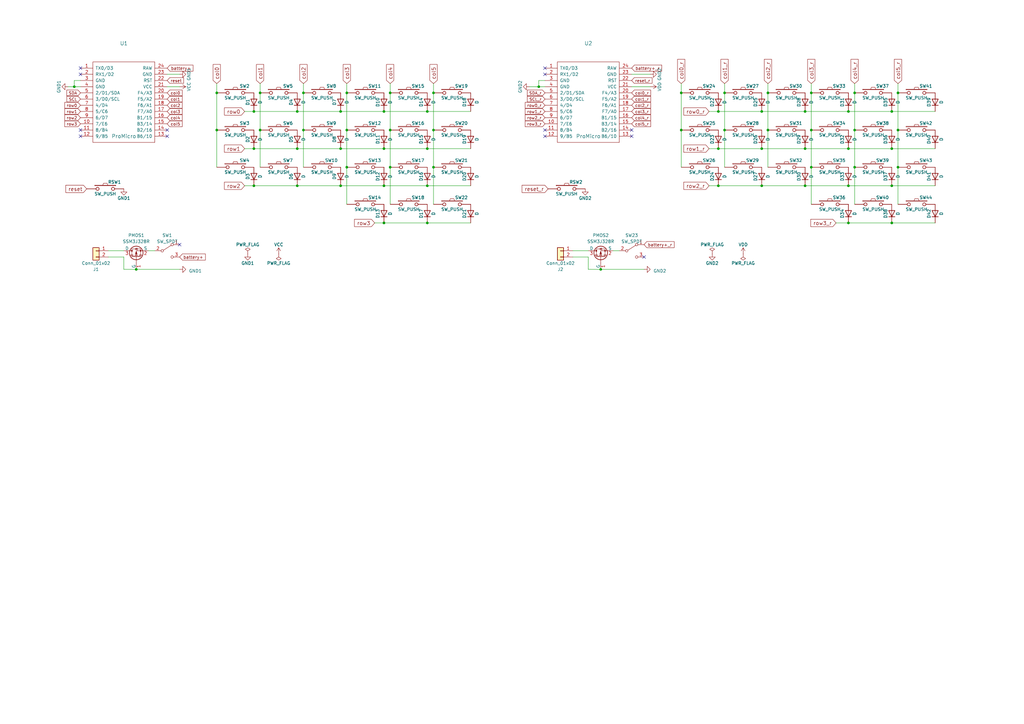
<source format=kicad_sch>
(kicad_sch (version 20230121) (generator eeschema)
  (paper "A3")
  (title_block (title "Corne Cherry") (date "2020-09-28") (rev "3.0.1") (company "foostan"))
  (lib_symbols
    (symbol "Connector_Generic:Conn_01x02" (pin_names (offset 1.016) hide)
      (property "Reference" "J" (at 0 2.54 0))
      (property "Value" "Conn_01x02" (at 0 -5.08 0))
      (symbol "Conn_01x02_1_1"
        (rectangle (start -1.27 -2.413) (end 0 -2.667) (stroke (width 0.1524)))
        (rectangle (start -1.27 0.127) (end 0 -0.127) (stroke (width 0.1524)))
        (rectangle (start -1.27 1.27) (end 1.27 -3.81) (stroke (width 0.254)) (fill (type background)))
        (pin passive line (at -5.08 0 0) (length 3.81) (name "Pin_1") (number "1"))
        (pin passive line (at -5.08 -2.54 0) (length 3.81) (name "Pin_2") (number "2"))
      )
    )
    (symbol "Device:D" (pin_numbers hide) (pin_names (offset 1.016) hide)
      (property "Reference" "D" (at 0 2.54 0))
      (property "Value" "D" (at 0 -2.54 0))
      (symbol "D_0_1"
        (polyline (pts (xy -1.27 1.27) (xy -1.27 -1.27)) (stroke (width 0.254)))
        (polyline (pts (xy 1.27 0) (xy -1.27 0)))
        (polyline (pts (xy 1.27 1.27) (xy 1.27 -1.27) (xy -1.27 0) (xy 1.27 1.27)) (stroke (width 0.254)))
      )
      (symbol "D_1_1"
        (pin passive line (at -3.81 0 0) (length 2.54) (name "K") (number "1"))
        (pin passive line (at 3.81 0 180) (length 2.54) (name "A") (number "2"))
      )
    )
    (symbol "Diode:1N4148W" (pin_numbers hide) (pin_names hide)
      (property "Reference" "D" (at 0 2.54 0))
      (property "Value" "1N4148W" (at 0 -2.54 0))
      (symbol "1N4148W_0_1"
        (polyline (pts (xy -1.27 1.27) (xy -1.27 -1.27)) (stroke (width 0.254)))
        (polyline (pts (xy 1.27 0) (xy -1.27 0)))
        (polyline (pts (xy 1.27 1.27) (xy 1.27 -1.27) (xy -1.27 0) (xy 1.27 1.27)) (stroke (width 0.254)))
      )
      (symbol "1N4148W_1_1"
        (pin passive line (at -3.81 0 0) (length 2.54) (name "K") (number "1"))
        (pin passive line (at 3.81 0 180) (length 2.54) (name "A") (number "2"))
      )
    )
    (symbol "Switch:SW_SPDT" (pin_names (offset 0) hide)
      (property "Reference" "SW" (at 0 4.318 0))
      (property "Value" "SW_SPDT" (at 0 -5.08 0))
      (symbol "SW_SPDT_0_0"
        (circle (center -2.032 0) (radius 0.508))
        (circle (center 2.032 -2.54) (radius 0.508))
      )
      (symbol "SW_SPDT_0_1"
        (polyline (pts (xy -1.524 0.254) (xy 1.651 2.286)))
        (circle (center 2.032 2.54) (radius 0.508))
      )
      (symbol "SW_SPDT_1_1"
        (pin passive line (at 5.08 2.54 180) (length 2.54) (name "A") (number "1"))
        (pin passive line (at -5.08 0 0) (length 2.54) (name "B") (number "2"))
        (pin passive line (at 5.08 -2.54 180) (length 2.54) (name "C") (number "3"))
      )
    )
    (symbol "corne-wireless-sym:SSM3J328R" (pin_names (offset 0))
      (property "Reference" "PMOS" (at 8.89 1.27 0))
      (property "Value" "SSM3J328R" (at 11.43 -1.27 0))
      (symbol "SSM3J328R_0_1"
        (polyline (pts (xy 0.254 0) (xy -2.54 0)))
        (polyline (pts (xy 0.254 1.905) (xy 0.254 -1.905)) (stroke (width 0.254)))
        (polyline (pts (xy 0.762 -1.27) (xy 0.762 -2.286)) (stroke (width 0.254)))
        (polyline (pts (xy 0.762 0.508) (xy 0.762 -0.508)) (stroke (width 0.254)))
        (polyline (pts (xy 0.762 2.286) (xy 0.762 1.27)) (stroke (width 0.254)))
        (polyline (pts (xy 2.54 2.54) (xy 2.54 1.778)))
        (polyline (pts (xy 2.54 -2.54) (xy 2.54 0) (xy 0.762 0)))
        (polyline (pts (xy 0.762 1.778) (xy 3.302 1.778) (xy 3.302 -1.778) (xy 0.762 -1.778)))
        (polyline (pts (xy 2.286 0) (xy 1.27 0.381) (xy 1.27 -0.381) (xy 2.286 0)) (fill (type outline)))
        (polyline (pts (xy 2.794 -0.508) (xy 2.921 -0.381) (xy 3.683 -0.381) (xy 3.81 -0.254)))
        (polyline (pts (xy 3.302 -0.381) (xy 2.921 0.254) (xy 3.683 0.254) (xy 3.302 -0.381)))
        (circle (center 1.651 0) (radius 2.794) (stroke (width 0.254)))
        (circle (center 2.54 -1.778) (radius 0.254) (fill (type outline)))
        (circle (center 2.54 1.778) (radius 0.254) (fill (type outline)))
      )
      (symbol "SSM3J328R_1_1"
        (pin input line (at -5.08 0 0) (length 2.54) (name "G") (number "1"))
        (pin passive line (at 2.54 -5.08 90) (length 2.54) (name "S") (number "2"))
        (pin passive line (at 2.54 5.08 270) (length 2.54) (name "D") (number "3"))
      )
    )
    (symbol "kbd:ProMicro" (pin_names (offset 1.016))
      (property "Reference" "U" (at 0 19.05 0))
      (property "Value" "ProMicro" (at 0 -19.05 0))
      (symbol "ProMicro_0_1"
        (rectangle (start -12.7 16.51) (end 12.7 -16.51))
      )
      (symbol "ProMicro_1_1"
        (pin bidirectional line (at -17.78 13.97 0) (length 5.08) (name "TX0/D3") (number "1"))
        (pin bidirectional line (at -17.78 -8.89 0) (length 5.08) (name "7/E6") (number "10"))
        (pin bidirectional line (at -17.78 -11.43 0) (length 5.08) (name "8/B4") (number "11"))
        (pin bidirectional line (at -17.78 -13.97 0) (length 5.08) (name "9/B5") (number "12"))
        (pin bidirectional line (at 17.78 -13.97 180) (length 5.08) (name "B6/10") (number "13"))
        (pin bidirectional line (at 17.78 -11.43 180) (length 5.08) (name "B2/16") (number "14"))
        (pin bidirectional line (at 17.78 -8.89 180) (length 5.08) (name "B3/14") (number "15"))
        (pin bidirectional line (at 17.78 -6.35 180) (length 5.08) (name "B1/15") (number "16"))
        (pin bidirectional line (at 17.78 -3.81 180) (length 5.08) (name "F7/A0") (number "17"))
        (pin bidirectional line (at 17.78 -1.27 180) (length 5.08) (name "F6/A1") (number "18"))
        (pin bidirectional line (at 17.78 1.27 180) (length 5.08) (name "F5/A2") (number "19"))
        (pin bidirectional line (at -17.78 11.43 0) (length 5.08) (name "RX1/D2") (number "2"))
        (pin bidirectional line (at 17.78 3.81 180) (length 5.08) (name "F4/A3") (number "20"))
        (pin power_in line (at 17.78 6.35 180) (length 5.08) (name "VCC") (number "21"))
        (pin input line (at 17.78 8.89 180) (length 5.08) (name "RST") (number "22"))
        (pin power_in line (at 17.78 11.43 180) (length 5.08) (name "GND") (number "23"))
        (pin power_out line (at 17.78 13.97 180) (length 5.08) (name "RAW") (number "24"))
        (pin power_in line (at -17.78 8.89 0) (length 5.08) (name "GND") (number "3"))
        (pin power_in line (at -17.78 6.35 0) (length 5.08) (name "GND") (number "4"))
        (pin bidirectional line (at -17.78 3.81 0) (length 5.08) (name "2/D1/SDA") (number "5"))
        (pin bidirectional line (at -17.78 1.27 0) (length 5.08) (name "3/D0/SCL") (number "6"))
        (pin bidirectional line (at -17.78 -1.27 0) (length 5.08) (name "4/D4") (number "7"))
        (pin bidirectional line (at -17.78 -3.81 0) (length 5.08) (name "5/C6") (number "8"))
        (pin bidirectional line (at -17.78 -6.35 0) (length 5.08) (name "6/D7") (number "9"))
      )
    )
    (symbol "kbd:SW_PUSH" (pin_numbers hide) (pin_names (offset 1.016) hide)
      (property "Reference" "SW" (at 3.81 2.794 0))
      (property "Value" "SW_PUSH" (at 0 -2.032 0))
      (symbol "SW_PUSH_0_1"
        (rectangle (start -4.318 1.27) (end 4.318 1.524))
        (polyline (pts (xy -1.016 1.524) (xy -0.762 2.286) (xy 0.762 2.286) (xy 1.016 1.524)))
        (pin passive inverted (at -7.62 0 0) (length 5.08) (name "1") (number "1"))
        (pin passive inverted (at 7.62 0 180) (length 5.08) (name "2") (number "2"))
      )
    )
    (symbol "power:GND1" (power) (pin_names (offset 0))
      (property "Value" "GND1" (at 0 -3.81 0))
      (symbol "GND1_0_1"
        (polyline (pts (xy 0 0) (xy 0 -1.27) (xy 1.27 -1.27) (xy 0 -2.54) (xy -1.27 -1.27) (xy 0 -1.27)))
      )
      (symbol "GND1_1_1"
        (pin power_in line (at 0 0 270) (length 0) hide (name "GND1") (number "1"))
      )
    )
    (symbol "power:GND2" (power) (pin_names (offset 0))
      (property "Value" "GND2" (at 0 -3.81 0))
      (symbol "GND2_0_1"
        (polyline (pts (xy 0 0) (xy 0 -1.27) (xy 1.27 -1.27) (xy 0 -2.54) (xy -1.27 -1.27) (xy 0 -1.27)))
      )
      (symbol "GND2_1_1"
        (pin power_in line (at 0 0 270) (length 0) hide (name "GND2") (number "1"))
      )
    )
    (symbol "power:PWR_FLAG" (power) (pin_numbers hide) (pin_names (offset 0) hide)
      (property "Value" "PWR_FLAG" (at 0 3.81 0))
      (symbol "PWR_FLAG_0_0"
        (pin power_out line (at 0 0 90) (length 0) (name "pwr") (number "1"))
      )
      (symbol "PWR_FLAG_0_1"
        (polyline (pts (xy 0 0) (xy 0 1.27) (xy -1.016 1.905) (xy 0 2.54) (xy 1.016 1.905) (xy 0 1.27)))
      )
    )
    (symbol "power:VCC" (power) (pin_names (offset 0))
      (property "Value" "VCC" (at 0 3.81 0))
      (symbol "VCC_0_1"
        (polyline (pts (xy -0.762 1.27) (xy 0 2.54)))
        (polyline (pts (xy 0 0) (xy 0 2.54)))
        (polyline (pts (xy 0 2.54) (xy 0.762 1.27)))
      )
      (symbol "VCC_1_1"
        (pin power_in line (at 0 0 90) (length 0) hide (name "VCC") (number "1"))
      )
    )
    (symbol "power:VDD" (power) (pin_names (offset 0))
      (property "Value" "VDD" (at 0 3.81 0))
      (symbol "VDD_0_1"
        (polyline (pts (xy -0.762 1.27) (xy 0 2.54)))
        (polyline (pts (xy 0 0) (xy 0 2.54)))
        (polyline (pts (xy 0 2.54) (xy 0.762 1.27)))
      )
      (symbol "VDD_1_1"
        (pin power_in line (at 0 0 90) (length 0) hide (name "VDD") (number "1"))
      )
    )
  )
  (junction (at 220.98 35.56))
  (junction (at 142.24 68.58))
  (junction (at 177.8 68.58))
  (junction (at 332.74 38.1))
  (junction (at 297.18 53.34))
  (junction (at 139.7 45.72))
  (junction (at 365.76 91.44))
  (junction (at 347.98 60.96))
  (junction (at 177.8 53.34))
  (junction (at 106.68 38.1))
  (junction (at 314.96 53.34))
  (junction (at 347.98 45.72))
  (junction (at 160.02 68.58))
  (junction (at 157.48 91.44))
  (junction (at 175.26 45.72))
  (junction (at 139.7 76.2))
  (junction (at 160.02 53.34))
  (junction (at 246.38 110.49))
  (junction (at 347.98 76.2))
  (junction (at 175.26 76.2))
  (junction (at 104.14 76.2))
  (junction (at 350.52 38.1))
  (junction (at 330.2 60.96))
  (junction (at 365.76 60.96))
  (junction (at 175.26 60.96))
  (junction (at 157.48 60.96))
  (junction (at 121.92 60.96))
  (junction (at 121.92 45.72))
  (junction (at 139.7 60.96))
  (junction (at 279.4 38.1))
  (junction (at 104.14 45.72))
  (junction (at 124.46 53.34))
  (junction (at 121.92 76.2))
  (junction (at 332.74 68.58))
  (junction (at 368.3 38.1))
  (junction (at 347.98 91.44))
  (junction (at 142.24 38.1))
  (junction (at 365.76 76.2))
  (junction (at 294.64 76.2))
  (junction (at 157.48 45.72))
  (junction (at 330.2 76.2))
  (junction (at 312.42 76.2))
  (junction (at 297.18 38.1))
  (junction (at 106.68 53.34))
  (junction (at 365.76 45.72))
  (junction (at 88.9 53.34))
  (junction (at 332.74 53.34))
  (junction (at 30.48 35.56))
  (junction (at 124.46 38.1))
  (junction (at 312.42 45.72))
  (junction (at 177.8 38.1))
  (junction (at 279.4 53.34))
  (junction (at 175.26 91.44))
  (junction (at 312.42 60.96))
  (junction (at 350.52 53.34))
  (junction (at 294.64 60.96))
  (junction (at 368.3 68.58))
  (junction (at 55.88 110.49))
  (junction (at 160.02 38.1))
  (junction (at 294.64 45.72))
  (junction (at 104.14 60.96))
  (junction (at 350.52 68.58))
  (junction (at 368.3 53.34))
  (junction (at 142.24 53.34))
  (junction (at 314.96 38.1))
  (junction (at 157.48 76.2))
  (junction (at 330.2 45.72))
  (junction (at 88.9 38.1))
  (no_connect (at 73.66 100.33))
  (no_connect (at 223.52 55.88))
  (no_connect (at 223.52 53.34))
  (no_connect (at 264.16 105.41))
  (no_connect (at 68.58 53.34))
  (no_connect (at 68.58 55.88))
  (no_connect (at 33.02 30.48))
  (no_connect (at 33.02 53.34))
  (no_connect (at 223.52 30.48))
  (no_connect (at 33.02 27.94))
  (no_connect (at 259.08 55.88))
  (no_connect (at 223.52 27.94))
  (no_connect (at 259.08 53.34))
  (no_connect (at 33.02 55.88))
  (wire (pts (xy 100.33 60.96) (xy 104.14 60.96)))
  (wire (pts (xy 30.48 33.02) (xy 30.48 35.56)))
  (wire (pts (xy 68.58 35.56) (xy 73.66 35.56)))
  (wire (pts (xy 220.98 33.02) (xy 220.98 35.56)))
  (wire (pts (xy 279.4 38.1) (xy 279.4 53.34)))
  (wire (pts (xy 104.14 60.96) (xy 121.92 60.96)))
  (wire (pts (xy 368.3 38.1) (xy 368.3 53.34)))
  (wire (pts (xy 44.45 105.41) (xy 50.8 105.41)))
  (wire (pts (xy 347.98 91.44) (xy 365.76 91.44)))
  (wire (pts (xy 30.48 35.56) (xy 33.02 35.56)))
  (wire (pts (xy 347.98 76.2) (xy 365.76 76.2)))
  (wire (pts (xy 314.96 38.1) (xy 314.96 53.34)))
  (wire (pts (xy 160.02 34.29) (xy 160.02 38.1)))
  (wire (pts (xy 294.64 45.72) (xy 312.42 45.72)))
  (wire (pts (xy 157.48 45.72) (xy 175.26 45.72)))
  (wire (pts (xy 314.96 53.34) (xy 314.96 68.58)))
  (wire (pts (xy 312.42 45.72) (xy 330.2 45.72)))
  (wire (pts (xy 368.3 68.58) (xy 368.3 83.82)))
  (wire (pts (xy 106.68 53.34) (xy 106.68 68.58)))
  (wire (pts (xy 121.92 45.72) (xy 139.7 45.72)))
  (wire (pts (xy 223.52 33.02) (xy 220.98 33.02)))
  (wire (pts (xy 234.95 105.41) (xy 241.3 105.41)))
  (wire (pts (xy 175.26 60.96) (xy 193.04 60.96)))
  (wire (pts (xy 234.95 102.87) (xy 241.3 102.87)))
  (wire (pts (xy 157.48 91.44) (xy 175.26 91.44)))
  (wire (pts (xy 241.3 110.49) (xy 246.38 110.49)))
  (wire (pts (xy 88.9 38.1) (xy 88.9 53.34)))
  (wire (pts (xy 347.98 60.96) (xy 365.76 60.96)))
  (wire (pts (xy 350.52 38.1) (xy 350.52 53.34)))
  (wire (pts (xy 88.9 53.34) (xy 88.9 68.58)))
  (wire (pts (xy 332.74 68.58) (xy 332.74 83.82)))
  (wire (pts (xy 27.94 35.56) (xy 30.48 35.56)))
  (wire (pts (xy 177.8 38.1) (xy 177.8 53.34)))
  (wire (pts (xy 121.92 60.96) (xy 139.7 60.96)))
  (wire (pts (xy 314.96 34.29) (xy 314.96 38.1)))
  (wire (pts (xy 259.08 35.56) (xy 266.7 35.56)))
  (wire (pts (xy 139.7 76.2) (xy 157.48 76.2)))
  (wire (pts (xy 177.8 53.34) (xy 177.8 68.58)))
  (wire (pts (xy 350.52 34.29) (xy 350.52 38.1)))
  (wire (pts (xy 50.8 110.49) (xy 55.88 110.49)))
  (wire (pts (xy 312.42 76.2) (xy 330.2 76.2)))
  (wire (pts (xy 350.52 68.58) (xy 350.52 83.82)))
  (wire (pts (xy 279.4 34.29) (xy 279.4 38.1)))
  (wire (pts (xy 297.18 38.1) (xy 297.18 53.34)))
  (wire (pts (xy 330.2 45.72) (xy 347.98 45.72)))
  (wire (pts (xy 139.7 60.96) (xy 157.48 60.96)))
  (wire (pts (xy 142.24 53.34) (xy 142.24 68.58)))
  (wire (pts (xy 217.17 35.56) (xy 220.98 35.56)))
  (wire (pts (xy 44.45 102.87) (xy 50.8 102.87)))
  (wire (pts (xy 332.74 34.29) (xy 332.74 38.1)))
  (wire (pts (xy 294.64 60.96) (xy 312.42 60.96)))
  (wire (pts (xy 160.02 68.58) (xy 160.02 83.82)))
  (wire (pts (xy 365.76 76.2) (xy 383.54 76.2)))
  (wire (pts (xy 142.24 34.29) (xy 142.24 38.1)))
  (wire (pts (xy 33.02 33.02) (xy 30.48 33.02)))
  (wire (pts (xy 294.64 76.2) (xy 312.42 76.2)))
  (wire (pts (xy 121.92 76.2) (xy 139.7 76.2)))
  (wire (pts (xy 177.8 68.58) (xy 177.8 83.82)))
  (wire (pts (xy 290.83 60.96) (xy 294.64 60.96)))
  (wire (pts (xy 177.8 34.29) (xy 177.8 38.1)))
  (wire (pts (xy 332.74 53.34) (xy 332.74 68.58)))
  (wire (pts (xy 157.48 60.96) (xy 175.26 60.96)))
  (wire (pts (xy 251.46 102.87) (xy 254 102.87)))
  (wire (pts (xy 175.26 91.44) (xy 193.04 91.44)))
  (wire (pts (xy 368.3 53.34) (xy 368.3 68.58)))
  (wire (pts (xy 142.24 68.58) (xy 142.24 83.82)))
  (wire (pts (xy 342.9 91.44) (xy 347.98 91.44)))
  (wire (pts (xy 153.67 91.44) (xy 157.48 91.44)))
  (wire (pts (xy 142.24 38.1) (xy 142.24 53.34)))
  (wire (pts (xy 347.98 45.72) (xy 365.76 45.72)))
  (wire (pts (xy 290.83 45.72) (xy 294.64 45.72)))
  (wire (pts (xy 220.98 35.56) (xy 223.52 35.56)))
  (wire (pts (xy 50.8 105.41) (xy 50.8 110.49)))
  (wire (pts (xy 312.42 60.96) (xy 330.2 60.96)))
  (wire (pts (xy 104.14 45.72) (xy 121.92 45.72)))
  (wire (pts (xy 104.14 76.2) (xy 121.92 76.2)))
  (wire (pts (xy 160.02 38.1) (xy 160.02 53.34)))
  (wire (pts (xy 175.26 45.72) (xy 193.04 45.72)))
  (wire (pts (xy 368.3 34.29) (xy 368.3 38.1)))
  (wire (pts (xy 297.18 53.34) (xy 297.18 68.58)))
  (wire (pts (xy 60.96 102.87) (xy 63.5 102.87)))
  (wire (pts (xy 350.52 53.34) (xy 350.52 68.58)))
  (wire (pts (xy 68.58 30.48) (xy 73.66 30.48)))
  (wire (pts (xy 330.2 76.2) (xy 347.98 76.2)))
  (wire (pts (xy 55.88 110.49) (xy 73.66 110.49)))
  (wire (pts (xy 100.33 45.72) (xy 104.14 45.72)))
  (wire (pts (xy 259.08 30.48) (xy 266.7 30.48)))
  (wire (pts (xy 160.02 53.34) (xy 160.02 68.58)))
  (wire (pts (xy 246.38 110.49) (xy 264.16 110.49)))
  (wire (pts (xy 139.7 45.72) (xy 157.48 45.72)))
  (wire (pts (xy 365.76 60.96) (xy 383.54 60.96)))
  (wire (pts (xy 157.48 76.2) (xy 175.26 76.2)))
  (wire (pts (xy 365.76 91.44) (xy 383.54 91.44)))
  (wire (pts (xy 88.9 34.29) (xy 88.9 38.1)))
  (wire (pts (xy 124.46 53.34) (xy 124.46 68.58)))
  (wire (pts (xy 297.18 34.29) (xy 297.18 38.1)))
  (wire (pts (xy 175.26 76.2) (xy 193.04 76.2)))
  (wire (pts (xy 106.68 38.1) (xy 106.68 53.34)))
  (wire (pts (xy 124.46 38.1) (xy 124.46 53.34)))
  (wire (pts (xy 124.46 34.29) (xy 124.46 38.1)))
  (wire (pts (xy 106.68 34.29) (xy 106.68 38.1)))
  (wire (pts (xy 100.33 76.2) (xy 104.14 76.2)))
  (wire (pts (xy 365.76 45.72) (xy 383.54 45.72)))
  (wire (pts (xy 290.83 76.2) (xy 294.64 76.2)))
  (wire (pts (xy 330.2 60.96) (xy 347.98 60.96)))
  (wire (pts (xy 332.74 38.1) (xy 332.74 53.34)))
  (wire (pts (xy 279.4 53.34) (xy 279.4 68.58)))
  (wire (pts (xy 241.3 105.41) (xy 241.3 110.49)))
  (global_label "col5_r" (shape input) (at 259.08 50.8 0) (effects (font (size 1.1938 1.1938))) (property "Intersheetrefs" "${INTERSHEET_REFS}" (effects hide)))
  (global_label "row2" (shape input) (at 100.33 76.2 180) (effects (font (size 1.524 1.524))) (property "Intersheetrefs" "${INTERSHEET_REFS}" (effects hide)))
  (global_label "battery+" (shape input) (at 68.58 27.94 0) (property "Intersheetrefs" "${INTERSHEET_REFS}" (effects hide)))
  (global_label "row1_r" (shape input) (at 223.52 45.72 180) (effects (font (size 1.1938 1.1938))) (property "Intersheetrefs" "${INTERSHEET_REFS}" (effects hide)))
  (global_label "row2" (shape input) (at 33.02 48.26 180) (effects (font (size 1.1938 1.1938))) (property "Intersheetrefs" "${INTERSHEET_REFS}" (effects hide)))
  (global_label "col3" (shape input) (at 68.58 45.72 0) (effects (font (size 1.1938 1.1938))) (property "Intersheetrefs" "${INTERSHEET_REFS}" (effects hide)))
  (global_label "col0_r" (shape input) (at 259.08 38.1 0) (effects (font (size 1.1938 1.1938))) (property "Intersheetrefs" "${INTERSHEET_REFS}" (effects hide)))
  (global_label "col5" (shape input) (at 68.58 50.8 0) (effects (font (size 1.1938 1.1938))) (property "Intersheetrefs" "${INTERSHEET_REFS}" (effects hide)))
  (global_label "reset_r" (shape input) (at 224.79 77.47 180) (effects (font (size 1.524 1.524))) (property "Intersheetrefs" "${INTERSHEET_REFS}" (effects hide)))
  (global_label "row0" (shape input) (at 100.33 45.72 180) (effects (font (size 1.524 1.524))) (property "Intersheetrefs" "${INTERSHEET_REFS}" (effects hide)))
  (global_label "col2_r" (shape input) (at 314.96 34.29 90) (effects (font (size 1.524 1.524))) (property "Intersheetrefs" "${INTERSHEET_REFS}" (effects hide)))
  (global_label "col5" (shape input) (at 177.8 34.29 90) (effects (font (size 1.524 1.524))) (property "Intersheetrefs" "${INTERSHEET_REFS}" (effects hide)))
  (global_label "row2_r" (shape input) (at 223.52 48.26 180) (effects (font (size 1.1938 1.1938))) (property "Intersheetrefs" "${INTERSHEET_REFS}" (effects hide)))
  (global_label "SDA_r" (shape input) (at 223.52 38.1 180) (effects (font (size 1.1938 1.1938))) (property "Intersheetrefs" "${INTERSHEET_REFS}" (effects hide)))
  (global_label "col0" (shape input) (at 68.58 38.1 0) (effects (font (size 1.1938 1.1938))) (property "Intersheetrefs" "${INTERSHEET_REFS}" (effects hide)))
  (global_label "col3_r" (shape input) (at 259.08 45.72 0) (effects (font (size 1.1938 1.1938))) (property "Intersheetrefs" "${INTERSHEET_REFS}" (effects hide)))
  (global_label "row3" (shape input) (at 153.67 91.44 180) (effects (font (size 1.524 1.524))) (property "Intersheetrefs" "${INTERSHEET_REFS}" (effects hide)))
  (global_label "col1" (shape input) (at 68.58 40.64 0) (effects (font (size 1.1938 1.1938))) (property "Intersheetrefs" "${INTERSHEET_REFS}" (effects hide)))
  (global_label "col4_r" (shape input) (at 350.52 34.29 90) (effects (font (size 1.524 1.524))) (property "Intersheetrefs" "${INTERSHEET_REFS}" (effects hide)))
  (global_label "col4_r" (shape input) (at 259.08 48.26 0) (effects (font (size 1.1938 1.1938))) (property "Intersheetrefs" "${INTERSHEET_REFS}" (effects hide)))
  (global_label "col4" (shape input) (at 68.58 48.26 0) (effects (font (size 1.1938 1.1938))) (property "Intersheetrefs" "${INTERSHEET_REFS}" (effects hide)))
  (global_label "reset" (shape input) (at 68.58 33.02 0) (effects (font (size 1.1938 1.1938))) (property "Intersheetrefs" "${INTERSHEET_REFS}" (effects hide)))
  (global_label "row3" (shape input) (at 33.02 50.8 180) (effects (font (size 1.1938 1.1938))) (property "Intersheetrefs" "${INTERSHEET_REFS}" (effects hide)))
  (global_label "row1" (shape input) (at 100.33 60.96 180) (effects (font (size 1.524 1.524))) (property "Intersheetrefs" "${INTERSHEET_REFS}" (effects hide)))
  (global_label "col5_r" (shape input) (at 368.3 34.29 90) (effects (font (size 1.524 1.524))) (property "Intersheetrefs" "${INTERSHEET_REFS}" (effects hide)))
  (global_label "row0_r" (shape input) (at 223.52 43.18 180) (effects (font (size 1.1938 1.1938))) (property "Intersheetrefs" "${INTERSHEET_REFS}" (effects hide)))
  (global_label "col2_r" (shape input) (at 259.08 43.18 0) (effects (font (size 1.1938 1.1938))) (property "Intersheetrefs" "${INTERSHEET_REFS}" (effects hide)))
  (global_label "SDA" (shape input) (at 33.02 38.1 180) (effects (font (size 1.1938 1.1938))) (property "Intersheetrefs" "${INTERSHEET_REFS}" (effects hide)))
  (global_label "battery+_r" (shape input) (at 259.08 27.94 0) (property "Intersheetrefs" "${INTERSHEET_REFS}" (effects hide)))
  (global_label "row0_r" (shape input) (at 290.83 45.72 180) (effects (font (size 1.524 1.524))) (property "Intersheetrefs" "${INTERSHEET_REFS}" (effects hide)))
  (global_label "row1_r" (shape input) (at 290.83 60.96 180) (effects (font (size 1.524 1.524))) (property "Intersheetrefs" "${INTERSHEET_REFS}" (effects hide)))
  (global_label "col1_r" (shape input) (at 259.08 40.64 0) (effects (font (size 1.1938 1.1938))) (property "Intersheetrefs" "${INTERSHEET_REFS}" (effects hide)))
  (global_label "row0" (shape input) (at 33.02 43.18 180) (effects (font (size 1.1938 1.1938))) (property "Intersheetrefs" "${INTERSHEET_REFS}" (effects hide)))
  (global_label "row1" (shape input) (at 33.02 45.72 180) (effects (font (size 1.1938 1.1938))) (property "Intersheetrefs" "${INTERSHEET_REFS}" (effects hide)))
  (global_label "SCL" (shape input) (at 33.02 40.64 180) (effects (font (size 1.1938 1.1938))) (property "Intersheetrefs" "${INTERSHEET_REFS}" (effects hide)))
  (global_label "col0" (shape input) (at 88.9 34.29 90) (effects (font (size 1.524 1.524))) (property "Intersheetrefs" "${INTERSHEET_REFS}" (effects hide)))
  (global_label "col3_r" (shape input) (at 332.74 34.29 90) (effects (font (size 1.524 1.524))) (property "Intersheetrefs" "${INTERSHEET_REFS}" (effects hide)))
  (global_label "col3" (shape input) (at 142.24 34.29 90) (effects (font (size 1.524 1.524))) (property "Intersheetrefs" "${INTERSHEET_REFS}" (effects hide)))
  (global_label "row3_r" (shape input) (at 342.9 91.44 180) (effects (font (size 1.524 1.524))) (property "Intersheetrefs" "${INTERSHEET_REFS}" (effects hide)))
  (global_label "col2" (shape input) (at 68.58 43.18 0) (effects (font (size 1.1938 1.1938))) (property "Intersheetrefs" "${INTERSHEET_REFS}" (effects hide)))
  (global_label "reset" (shape input) (at 35.56 77.47 180) (effects (font (size 1.524 1.524))) (property "Intersheetrefs" "${INTERSHEET_REFS}" (effects hide)))
  (global_label "col1" (shape input) (at 106.68 34.29 90) (effects (font (size 1.524 1.524))) (property "Intersheetrefs" "${INTERSHEET_REFS}" (effects hide)))
  (global_label "battery+" (shape input) (at 73.66 105.41 0) (property "Intersheetrefs" "${INTERSHEET_REFS}" (effects hide)))
  (global_label "col2" (shape input) (at 124.46 34.29 90) (effects (font (size 1.524 1.524))) (property "Intersheetrefs" "${INTERSHEET_REFS}" (effects hide)))
  (global_label "battery+_r" (shape input) (at 264.16 100.33 0) (property "Intersheetrefs" "${INTERSHEET_REFS}" (effects hide)))
  (global_label "col4" (shape input) (at 160.02 34.29 90) (effects (font (size 1.524 1.524))) (property "Intersheetrefs" "${INTERSHEET_REFS}" (effects hide)))
  (global_label "reset_r" (shape input) (at 259.08 33.02 0) (effects (font (size 1.1938 1.1938))) (property "Intersheetrefs" "${INTERSHEET_REFS}" (effects hide)))
  (global_label "col1_r" (shape input) (at 297.18 34.29 90) (effects (font (size 1.524 1.524))) (property "Intersheetrefs" "${INTERSHEET_REFS}" (effects hide)))
  (global_label "row2_r" (shape input) (at 290.83 76.2 180) (effects (font (size 1.524 1.524))) (property "Intersheetrefs" "${INTERSHEET_REFS}" (effects hide)))
  (global_label "col0_r" (shape input) (at 279.4 34.29 90) (effects (font (size 1.524 1.524))) (property "Intersheetrefs" "${INTERSHEET_REFS}" (effects hide)))
  (global_label "SCL_r" (shape input) (at 223.52 40.64 180) (effects (font (size 1.1938 1.1938))) (property "Intersheetrefs" "${INTERSHEET_REFS}" (effects hide)))
  (global_label "row3_r" (shape input) (at 223.52 50.8 180) (effects (font (size 1.1938 1.1938))) (property "Intersheetrefs" "${INTERSHEET_REFS}" (effects hide)))
  (symbol (lib_id "kbd:ProMicro") (at 50.8 41.91 0) (unit 1)
    (property "Reference" "U1" (at 50.8 17.78 0) (effects (font (size 1.524 1.524))))
    (property "Value" "ProMicro" (at 50.8 55.88 0) (effects (font (size 1.524 1.524))))
    (property "Footprint" "kbd:ProMicro_v3" (effects hide))
  )
  (symbol (lib_id "kbd:SW_PUSH") (at 114.3 38.1 0) (unit 1)
    (property "Reference" "SW5" (at 118.11 35.306 0))
    (property "Value" "SW_PUSH" (at 114.3 40.132 0))
    (property "Footprint" "kbd:CherryMX_Hotswap" (effects hide))
  )
  (symbol (lib_id "Device:D") (at 121.92 41.91 90) (unit 1)
    (property "Reference" "D4" (at 119.38 41.91 0))
    (property "Value" "D" (at 124.46 41.91 0))
    (property "Footprint" "kbd:D3_SMD_v2" (effects hide))
    (property "Sim.Device" "D" (effects hide))
    (property "Sim.Pins" "1=K 2=A" (effects hide))
  )
  (symbol (lib_id "kbd:SW_PUSH") (at 132.08 38.1 0) (unit 1)
    (property "Reference" "SW8" (at 135.89 35.306 0))
    (property "Value" "SW_PUSH" (at 132.08 40.132 0))
    (property "Footprint" "kbd:CherryMX_Hotswap" (effects hide))
  )
  (symbol (lib_id "Device:D") (at 139.7 41.91 90) (unit 1)
    (property "Reference" "D7" (at 137.16 41.91 0))
    (property "Value" "D" (at 142.24 41.91 0))
    (property "Footprint" "kbd:D3_SMD_v2" (effects hide))
    (property "Sim.Device" "D" (effects hide))
    (property "Sim.Pins" "1=K 2=A" (effects hide))
  )
  (symbol (lib_id "kbd:SW_PUSH") (at 149.86 38.1 0) (unit 1)
    (property "Reference" "SW11" (at 153.67 35.306 0))
    (property "Value" "SW_PUSH" (at 149.86 40.132 0))
    (property "Footprint" "kbd:CherryMX_Hotswap" (effects hide))
  )
  (symbol (lib_id "kbd:SW_PUSH") (at 167.64 38.1 0) (unit 1)
    (property "Reference" "SW15" (at 171.45 35.306 0))
    (property "Value" "SW_PUSH" (at 167.64 40.132 0))
    (property "Footprint" "kbd:CherryMX_Hotswap" (effects hide))
  )
  (symbol (lib_id "kbd:SW_PUSH") (at 185.42 38.1 0) (unit 1)
    (property "Reference" "SW19" (at 189.23 35.306 0))
    (property "Value" "SW_PUSH" (at 185.42 40.132 0))
    (property "Footprint" "kbd:CherryMX_Hotswap" (effects hide))
  )
  (symbol (lib_id "Device:D") (at 157.48 41.91 90) (unit 1)
    (property "Reference" "D10" (at 154.94 41.91 0))
    (property "Value" "D" (at 160.02 41.91 0))
    (property "Footprint" "kbd:D3_SMD_v2" (effects hide))
    (property "Sim.Device" "D" (effects hide))
    (property "Sim.Pins" "1=K 2=A" (effects hide))
  )
  (symbol (lib_id "Device:D") (at 175.26 41.91 90) (unit 1)
    (property "Reference" "D14" (at 172.72 41.91 0))
    (property "Value" "D" (at 177.8 41.91 0))
    (property "Footprint" "kbd:D3_SMD_v2" (effects hide))
    (property "Sim.Device" "D" (effects hide))
    (property "Sim.Pins" "1=K 2=A" (effects hide))
  )
  (symbol (lib_id "Device:D") (at 193.04 41.91 90) (unit 1)
    (property "Reference" "D18" (at 190.5 41.91 0))
    (property "Value" "D" (at 195.58 41.91 0))
    (property "Footprint" "kbd:D3_SMD_v2" (effects hide))
    (property "Sim.Device" "D" (effects hide))
    (property "Sim.Pins" "1=K 2=A" (effects hide))
  )
  (symbol (lib_id "kbd:SW_PUSH") (at 96.52 38.1 0) (unit 1)
    (property "Reference" "SW2" (at 100.33 35.306 0))
    (property "Value" "SW_PUSH" (at 96.52 40.132 0))
    (property "Footprint" "kbd:CherryMX_Hotswap" (effects hide))
  )
  (symbol (lib_id "Device:D") (at 104.14 41.91 90) (unit 1)
    (property "Reference" "D1" (at 101.6 41.91 0))
    (property "Value" "D" (at 106.68 41.91 0))
    (property "Footprint" "kbd:D3_SMD_v2" (effects hide))
    (property "Sim.Device" "D" (effects hide))
    (property "Sim.Pins" "1=K 2=A" (effects hide))
  )
  (symbol (lib_id "kbd:SW_PUSH") (at 114.3 53.34 0) (unit 1)
    (property "Reference" "SW6" (at 118.11 50.546 0))
    (property "Value" "SW_PUSH" (at 114.3 55.372 0))
    (property "Footprint" "kbd:CherryMX_Hotswap" (effects hide))
  )
  (symbol (lib_id "Device:D") (at 121.92 57.15 90) (unit 1)
    (property "Reference" "D5" (at 119.38 57.15 0))
    (property "Value" "D" (at 124.46 57.15 0))
    (property "Footprint" "kbd:D3_SMD_v2" (effects hide))
    (property "Sim.Device" "D" (effects hide))
    (property "Sim.Pins" "1=K 2=A" (effects hide))
  )
  (symbol (lib_id "kbd:SW_PUSH") (at 132.08 53.34 0) (unit 1)
    (property "Reference" "SW9" (at 135.89 50.546 0))
    (property "Value" "SW_PUSH" (at 132.08 55.372 0))
    (property "Footprint" "kbd:CherryMX_Hotswap" (effects hide))
  )
  (symbol (lib_id "Device:D") (at 139.7 57.15 90) (unit 1)
    (property "Reference" "D8" (at 137.16 57.15 0))
    (property "Value" "D" (at 142.24 57.15 0))
    (property "Footprint" "kbd:D3_SMD_v2" (effects hide))
    (property "Sim.Device" "D" (effects hide))
    (property "Sim.Pins" "1=K 2=A" (effects hide))
  )
  (symbol (lib_id "kbd:SW_PUSH") (at 149.86 53.34 0) (unit 1)
    (property "Reference" "SW12" (at 153.67 50.546 0))
    (property "Value" "SW_PUSH" (at 149.86 55.372 0))
    (property "Footprint" "kbd:CherryMX_Hotswap" (effects hide))
  )
  (symbol (lib_id "kbd:SW_PUSH") (at 167.64 53.34 0) (unit 1)
    (property "Reference" "SW16" (at 171.45 50.546 0))
    (property "Value" "SW_PUSH" (at 167.64 55.372 0))
    (property "Footprint" "kbd:CherryMX_Hotswap" (effects hide))
  )
  (symbol (lib_id "kbd:SW_PUSH") (at 185.42 53.34 0) (unit 1)
    (property "Reference" "SW20" (at 189.23 50.546 0))
    (property "Value" "SW_PUSH" (at 185.42 55.372 0))
    (property "Footprint" "kbd:CherryMX_Hotswap" (effects hide))
  )
  (symbol (lib_id "Device:D") (at 157.48 57.15 90) (unit 1)
    (property "Reference" "D11" (at 154.94 57.15 0))
    (property "Value" "D" (at 160.02 57.15 0))
    (property "Footprint" "kbd:D3_SMD_v2" (effects hide))
    (property "Sim.Device" "D" (effects hide))
    (property "Sim.Pins" "1=K 2=A" (effects hide))
  )
  (symbol (lib_id "Device:D") (at 175.26 57.15 90) (unit 1)
    (property "Reference" "D15" (at 172.72 57.15 0))
    (property "Value" "D" (at 177.8 57.15 0))
    (property "Footprint" "kbd:D3_SMD_v2" (effects hide))
    (property "Sim.Device" "D" (effects hide))
    (property "Sim.Pins" "1=K 2=A" (effects hide))
  )
  (symbol (lib_id "Device:D") (at 193.04 57.15 90) (unit 1)
    (property "Reference" "D19" (at 190.5 57.15 0))
    (property "Value" "D" (at 195.58 57.15 0))
    (property "Footprint" "kbd:D3_SMD_v2" (effects hide))
    (property "Sim.Device" "D" (effects hide))
    (property "Sim.Pins" "1=K 2=A" (effects hide))
  )
  (symbol (lib_id "kbd:SW_PUSH") (at 96.52 53.34 0) (unit 1)
    (property "Reference" "SW3" (at 100.33 50.546 0))
    (property "Value" "SW_PUSH" (at 96.52 55.372 0))
    (property "Footprint" "kbd:CherryMX_Hotswap" (effects hide))
  )
  (symbol (lib_id "Device:D") (at 104.14 57.15 90) (unit 1)
    (property "Reference" "D2" (at 101.6 57.15 0))
    (property "Value" "D" (at 106.68 57.15 0))
    (property "Footprint" "kbd:D3_SMD_v2" (effects hide))
    (property "Sim.Device" "D" (effects hide))
    (property "Sim.Pins" "1=K 2=A" (effects hide))
  )
  (symbol (lib_id "kbd:SW_PUSH") (at 114.3 68.58 0) (unit 1)
    (property "Reference" "SW7" (at 118.11 65.786 0))
    (property "Value" "SW_PUSH" (at 114.3 70.612 0))
    (property "Footprint" "kbd:CherryMX_Hotswap" (effects hide))
  )
  (symbol (lib_id "Device:D") (at 121.92 72.39 90) (unit 1)
    (property "Reference" "D6" (at 119.38 72.39 0))
    (property "Value" "D" (at 124.46 72.39 0))
    (property "Footprint" "kbd:D3_SMD_v2" (effects hide))
    (property "Sim.Device" "D" (effects hide))
    (property "Sim.Pins" "1=K 2=A" (effects hide))
  )
  (symbol (lib_id "kbd:SW_PUSH") (at 132.08 68.58 0) (unit 1)
    (property "Reference" "SW10" (at 135.89 65.786 0))
    (property "Value" "SW_PUSH" (at 132.08 70.612 0))
    (property "Footprint" "kbd:CherryMX_Hotswap" (effects hide))
  )
  (symbol (lib_id "Device:D") (at 139.7 72.39 90) (unit 1)
    (property "Reference" "D9" (at 137.16 72.39 0))
    (property "Value" "D" (at 142.24 72.39 0))
    (property "Footprint" "kbd:D3_SMD_v2" (effects hide))
    (property "Sim.Device" "D" (effects hide))
    (property "Sim.Pins" "1=K 2=A" (effects hide))
  )
  (symbol (lib_id "kbd:SW_PUSH") (at 149.86 68.58 0) (unit 1)
    (property "Reference" "SW13" (at 153.67 65.786 0))
    (property "Value" "SW_PUSH" (at 149.86 70.612 0))
    (property "Footprint" "kbd:CherryMX_Hotswap" (effects hide))
  )
  (symbol (lib_id "kbd:SW_PUSH") (at 167.64 68.58 0) (unit 1)
    (property "Reference" "SW17" (at 171.45 65.786 0))
    (property "Value" "SW_PUSH" (at 167.64 70.612 0))
    (property "Footprint" "kbd:CherryMX_Hotswap" (effects hide))
  )
  (symbol (lib_id "kbd:SW_PUSH") (at 185.42 68.58 0) (unit 1)
    (property "Reference" "SW21" (at 189.23 65.786 0))
    (property "Value" "SW_PUSH" (at 185.42 70.612 0))
    (property "Footprint" "kbd:CherryMX_Hotswap" (effects hide))
  )
  (symbol (lib_id "Device:D") (at 157.48 72.39 90) (unit 1)
    (property "Reference" "D12" (at 154.94 72.39 0))
    (property "Value" "D" (at 160.02 72.39 0))
    (property "Footprint" "kbd:D3_SMD_v2" (effects hide))
    (property "Sim.Device" "D" (effects hide))
    (property "Sim.Pins" "1=K 2=A" (effects hide))
  )
  (symbol (lib_id "Device:D") (at 175.26 72.39 90) (unit 1)
    (property "Reference" "D16" (at 172.72 72.39 0))
    (property "Value" "D" (at 177.8 72.39 0))
    (property "Footprint" "kbd:D3_SMD_v2" (effects hide))
    (property "Sim.Device" "D" (effects hide))
    (property "Sim.Pins" "1=K 2=A" (effects hide))
  )
  (symbol (lib_id "Device:D") (at 193.04 72.39 90) (unit 1)
    (property "Reference" "D20" (at 190.5 72.39 0))
    (property "Value" "D" (at 195.58 72.39 0))
    (property "Footprint" "kbd:D3_SMD_v2" (effects hide))
    (property "Sim.Device" "D" (effects hide))
    (property "Sim.Pins" "1=K 2=A" (effects hide))
  )
  (symbol (lib_id "kbd:SW_PUSH") (at 96.52 68.58 0) (unit 1)
    (property "Reference" "SW4" (at 100.33 65.786 0))
    (property "Value" "SW_PUSH" (at 96.52 70.612 0))
    (property "Footprint" "kbd:CherryMX_Hotswap" (effects hide))
  )
  (symbol (lib_id "Diode:1N4148W") (at 104.14 72.39 90) (unit 1)
    (property "Reference" "D3" (at 101.6 72.39 0))
    (property "Value" "D" (at 106.68 72.39 0))
    (property "Footprint" "kbd:D3_SMD_v2" (effects hide))
    (property "Datasheet" "https://www.vishay.com/docs/85748/1n4148w.pdf" (effects hide))
  )
  (symbol (lib_id "kbd:SW_PUSH") (at 167.64 83.82 0) (unit 1)
    (property "Reference" "SW18" (at 171.45 81.026 0))
    (property "Value" "SW_PUSH" (at 167.64 85.852 0))
    (property "Footprint" "kbd:CherryMX_Hotswap" (effects hide))
  )
  (symbol (lib_id "Device:D") (at 175.26 87.63 90) (unit 1)
    (property "Reference" "D17" (at 172.72 87.63 0))
    (property "Value" "D" (at 177.8 87.63 0))
    (property "Footprint" "kbd:D3_SMD_v2" (effects hide))
    (property "Sim.Device" "D" (effects hide))
    (property "Sim.Pins" "1=K 2=A" (effects hide))
  )
  (symbol (lib_id "kbd:SW_PUSH") (at 185.42 83.82 0) (unit 1)
    (property "Reference" "SW22" (at 189.23 81.026 0))
    (property "Value" "SW_PUSH" (at 185.42 85.852 0))
    (property "Footprint" "kbd:CherryMX_Hotswap_1.5u" (effects hide))
  )
  (symbol (lib_id "Device:D") (at 193.04 87.63 90) (unit 1)
    (property "Reference" "D21" (at 190.5 87.63 0))
    (property "Value" "D" (at 195.58 87.63 0))
    (property "Footprint" "kbd:D3_SMD_v2" (effects hide))
    (property "Sim.Device" "D" (effects hide))
    (property "Sim.Pins" "1=K 2=A" (effects hide))
  )
  (symbol (lib_id "kbd:SW_PUSH") (at 149.86 83.82 0) (unit 1)
    (property "Reference" "SW14" (at 153.67 81.026 0))
    (property "Value" "SW_PUSH" (at 149.86 85.852 0))
    (property "Footprint" "kbd:CherryMX_Hotswap" (effects hide))
  )
  (symbol (lib_id "Device:D") (at 157.48 87.63 90) (unit 1)
    (property "Reference" "D13" (at 154.94 87.63 0))
    (property "Value" "D" (at 160.02 87.63 0))
    (property "Footprint" "kbd:D3_SMD_v2" (effects hide))
    (property "Sim.Device" "D" (effects hide))
    (property "Sim.Pins" "1=K 2=A" (effects hide))
  )
  (symbol (lib_id "power:GND1") (at 73.66 30.48 90) (unit 1)
    (property "Reference" "#PWR05" (effects hide))
    (property "Value" "GND1" (at 77.47 30.48 0))
  )
  (symbol (lib_id "power:VCC") (at 73.66 35.56 270) (unit 1)
    (property "Reference" "#PWR06" (effects hide))
    (property "Value" "VCC" (at 77.47 35.56 0))
  )
  (symbol (lib_id "power:GND1") (at 27.94 35.56 270) (unit 1)
    (property "Reference" "#PWR01" (effects hide))
    (property "Value" "GND1" (at 24.13 35.56 0))
  )
  (symbol (lib_id "power:GND1") (at 101.6 104.14 0) (unit 1)
    (property "Reference" "#PWR08" (effects hide))
    (property "Value" "GND1" (at 101.6 107.95 0))
  )
  (symbol (lib_id "power:VCC") (at 114.3 104.14 0) (unit 1)
    (property "Reference" "#PWR09" (effects hide))
    (property "Value" "VCC" (at 114.3 100.33 0))
  )
  (symbol (lib_id "power:PWR_FLAG") (at 114.3 104.14 180) (unit 1)
    (property "Reference" "#FLG02" (effects hide))
    (property "Value" "PWR_FLAG" (at 114.3 107.95 0))
  )
  (symbol (lib_id "power:PWR_FLAG") (at 101.6 104.14 0) (unit 1)
    (property "Reference" "#FLG01" (effects hide))
    (property "Value" "PWR_FLAG" (at 101.6 100.33 0))
  )
  (symbol (lib_id "kbd:SW_PUSH") (at 43.18 77.47 0) (unit 1)
    (property "Reference" "RSW1" (at 46.99 74.676 0))
    (property "Value" "SW_PUSH" (at 43.18 79.502 0))
    (property "Footprint" "kbd:ResetSW_1side" (effects hide))
  )
  (symbol (lib_id "power:GND1") (at 50.8 77.47 0) (unit 1)
    (property "Reference" "#PWR02" (effects hide))
    (property "Value" "GND1" (at 50.8 81.28 0))
  )
  (symbol (lib_id "kbd:ProMicro") (at 241.3 41.91 0) (unit 1)
    (property "Reference" "U2" (at 241.3 17.78 0) (effects (font (size 1.524 1.524))))
    (property "Value" "ProMicro" (at 241.3 55.88 0) (effects (font (size 1.524 1.524))))
    (property "Footprint" "kbd:ProMicro_v3" (effects hide))
  )
  (symbol (lib_id "kbd:SW_PUSH") (at 304.8 38.1 0) (unit 1)
    (property "Reference" "SW27" (at 308.61 35.306 0))
    (property "Value" "SW_PUSH" (at 304.8 40.132 0))
    (property "Footprint" "kbd:CherryMX_Hotswap" (effects hide))
  )
  (symbol (lib_id "Device:D") (at 312.42 41.91 90) (unit 1)
    (property "Reference" "D25" (at 309.88 41.91 0))
    (property "Value" "D" (at 314.96 41.91 0))
    (property "Footprint" "kbd:D3_SMD_v2" (effects hide))
    (property "Sim.Device" "D" (effects hide))
    (property "Sim.Pins" "1=K 2=A" (effects hide))
  )
  (symbol (lib_id "kbd:SW_PUSH") (at 322.58 38.1 0) (unit 1)
    (property "Reference" "SW30" (at 326.39 35.306 0))
    (property "Value" "SW_PUSH" (at 322.58 40.132 0))
    (property "Footprint" "kbd:CherryMX_Hotswap" (effects hide))
  )
  (symbol (lib_id "Device:D") (at 330.2 41.91 90) (unit 1)
    (property "Reference" "D28" (at 327.66 41.91 0))
    (property "Value" "D" (at 332.74 41.91 0))
    (property "Footprint" "kbd:D3_SMD_v2" (effects hide))
    (property "Sim.Device" "D" (effects hide))
    (property "Sim.Pins" "1=K 2=A" (effects hide))
  )
  (symbol (lib_id "kbd:SW_PUSH") (at 340.36 38.1 0) (unit 1)
    (property "Reference" "SW33" (at 344.17 35.306 0))
    (property "Value" "SW_PUSH" (at 340.36 40.132 0))
    (property "Footprint" "kbd:CherryMX_Hotswap" (effects hide))
  )
  (symbol (lib_id "kbd:SW_PUSH") (at 358.14 38.1 0) (unit 1)
    (property "Reference" "SW37" (at 361.95 35.306 0))
    (property "Value" "SW_PUSH" (at 358.14 40.132 0))
    (property "Footprint" "kbd:CherryMX_Hotswap" (effects hide))
  )
  (symbol (lib_id "kbd:SW_PUSH") (at 375.92 38.1 0) (unit 1)
    (property "Reference" "SW41" (at 379.73 35.306 0))
    (property "Value" "SW_PUSH" (at 375.92 40.132 0))
    (property "Footprint" "kbd:CherryMX_Hotswap" (effects hide))
  )
  (symbol (lib_id "Device:D") (at 347.98 41.91 90) (unit 1)
    (property "Reference" "D31" (at 345.44 41.91 0))
    (property "Value" "D" (at 350.52 41.91 0))
    (property "Footprint" "kbd:D3_SMD_v2" (effects hide))
    (property "Sim.Device" "D" (effects hide))
    (property "Sim.Pins" "1=K 2=A" (effects hide))
  )
  (symbol (lib_id "Device:D") (at 365.76 41.91 90) (unit 1)
    (property "Reference" "D35" (at 363.22 41.91 0))
    (property "Value" "D" (at 368.3 41.91 0))
    (property "Footprint" "kbd:D3_SMD_v2" (effects hide))
    (property "Sim.Device" "D" (effects hide))
    (property "Sim.Pins" "1=K 2=A" (effects hide))
  )
  (symbol (lib_id "Device:D") (at 383.54 41.91 90) (unit 1)
    (property "Reference" "D39" (at 381 41.91 0))
    (property "Value" "D" (at 386.08 41.91 0))
    (property "Footprint" "kbd:D3_SMD_v2" (effects hide))
    (property "Sim.Device" "D" (effects hide))
    (property "Sim.Pins" "1=K 2=A" (effects hide))
  )
  (symbol (lib_id "kbd:SW_PUSH") (at 287.02 38.1 0) (unit 1)
    (property "Reference" "SW24" (at 290.83 35.306 0))
    (property "Value" "SW_PUSH" (at 287.02 40.132 0))
    (property "Footprint" "kbd:CherryMX_Hotswap" (effects hide))
  )
  (symbol (lib_id "Device:D") (at 294.64 41.91 90) (unit 1)
    (property "Reference" "D22" (at 292.1 41.91 0))
    (property "Value" "D" (at 297.18 41.91 0))
    (property "Footprint" "kbd:D3_SMD_v2" (effects hide))
    (property "Sim.Device" "D" (effects hide))
    (property "Sim.Pins" "1=K 2=A" (effects hide))
  )
  (symbol (lib_id "kbd:SW_PUSH") (at 304.8 53.34 0) (unit 1)
    (property "Reference" "SW28" (at 308.61 50.546 0))
    (property "Value" "SW_PUSH" (at 304.8 55.372 0))
    (property "Footprint" "kbd:CherryMX_Hotswap" (effects hide))
  )
  (symbol (lib_id "Device:D") (at 312.42 57.15 90) (unit 1)
    (property "Reference" "D26" (at 309.88 57.15 0))
    (property "Value" "D" (at 314.96 57.15 0))
    (property "Footprint" "kbd:D3_SMD_v2" (effects hide))
    (property "Sim.Device" "D" (effects hide))
    (property "Sim.Pins" "1=K 2=A" (effects hide))
  )
  (symbol (lib_id "kbd:SW_PUSH") (at 322.58 53.34 0) (unit 1)
    (property "Reference" "SW31" (at 326.39 50.546 0))
    (property "Value" "SW_PUSH" (at 322.58 55.372 0))
    (property "Footprint" "kbd:CherryMX_Hotswap" (effects hide))
  )
  (symbol (lib_id "Device:D") (at 330.2 57.15 90) (unit 1)
    (property "Reference" "D29" (at 327.66 57.15 0))
    (property "Value" "D" (at 332.74 57.15 0))
    (property "Footprint" "kbd:D3_SMD_v2" (effects hide))
    (property "Sim.Device" "D" (effects hide))
    (property "Sim.Pins" "1=K 2=A" (effects hide))
  )
  (symbol (lib_id "kbd:SW_PUSH") (at 340.36 53.34 0) (unit 1)
    (property "Reference" "SW34" (at 344.17 50.546 0))
    (property "Value" "SW_PUSH" (at 340.36 55.372 0))
    (property "Footprint" "kbd:CherryMX_Hotswap" (effects hide))
  )
  (symbol (lib_id "kbd:SW_PUSH") (at 358.14 53.34 0) (unit 1)
    (property "Reference" "SW38" (at 361.95 50.546 0))
    (property "Value" "SW_PUSH" (at 358.14 55.372 0))
    (property "Footprint" "kbd:CherryMX_Hotswap" (effects hide))
  )
  (symbol (lib_id "kbd:SW_PUSH") (at 375.92 53.34 0) (unit 1)
    (property "Reference" "SW42" (at 379.73 50.546 0))
    (property "Value" "SW_PUSH" (at 375.92 55.372 0))
    (property "Footprint" "kbd:CherryMX_Hotswap" (effects hide))
  )
  (symbol (lib_id "Device:D") (at 347.98 57.15 90) (unit 1)
    (property "Reference" "D32" (at 345.44 57.15 0))
    (property "Value" "D" (at 350.52 57.15 0))
    (property "Footprint" "kbd:D3_SMD_v2" (effects hide))
    (property "Sim.Device" "D" (effects hide))
    (property "Sim.Pins" "1=K 2=A" (effects hide))
  )
  (symbol (lib_id "Device:D") (at 365.76 57.15 90) (unit 1)
    (property "Reference" "D36" (at 363.22 57.15 0))
    (property "Value" "D" (at 368.3 57.15 0))
    (property "Footprint" "kbd:D3_SMD_v2" (effects hide))
    (property "Sim.Device" "D" (effects hide))
    (property "Sim.Pins" "1=K 2=A" (effects hide))
  )
  (symbol (lib_id "Device:D") (at 383.54 57.15 90) (unit 1)
    (property "Reference" "D40" (at 381 57.15 0))
    (property "Value" "D" (at 386.08 57.15 0))
    (property "Footprint" "kbd:D3_SMD_v2" (effects hide))
    (property "Sim.Device" "D" (effects hide))
    (property "Sim.Pins" "1=K 2=A" (effects hide))
  )
  (symbol (lib_id "kbd:SW_PUSH") (at 287.02 53.34 0) (unit 1)
    (property "Reference" "SW25" (at 290.83 50.546 0))
    (property "Value" "SW_PUSH" (at 287.02 55.372 0))
    (property "Footprint" "kbd:CherryMX_Hotswap" (effects hide))
  )
  (symbol (lib_id "Device:D") (at 294.64 57.15 90) (unit 1)
    (property "Reference" "D23" (at 292.1 57.15 0))
    (property "Value" "D" (at 297.18 57.15 0))
    (property "Footprint" "kbd:D3_SMD_v2" (effects hide))
    (property "Sim.Device" "D" (effects hide))
    (property "Sim.Pins" "1=K 2=A" (effects hide))
  )
  (symbol (lib_id "kbd:SW_PUSH") (at 304.8 68.58 0) (unit 1)
    (property "Reference" "SW29" (at 308.61 65.786 0))
    (property "Value" "SW_PUSH" (at 304.8 70.612 0))
    (property "Footprint" "kbd:CherryMX_Hotswap" (effects hide))
  )
  (symbol (lib_id "Device:D") (at 312.42 72.39 90) (unit 1)
    (property "Reference" "D27" (at 309.88 72.39 0))
    (property "Value" "D" (at 314.96 72.39 0))
    (property "Footprint" "kbd:D3_SMD_v2" (effects hide))
    (property "Sim.Device" "D" (effects hide))
    (property "Sim.Pins" "1=K 2=A" (effects hide))
  )
  (symbol (lib_id "kbd:SW_PUSH") (at 322.58 68.58 0) (unit 1)
    (property "Reference" "SW32" (at 326.39 65.786 0))
    (property "Value" "SW_PUSH" (at 322.58 70.612 0))
    (property "Footprint" "kbd:CherryMX_Hotswap" (effects hide))
  )
  (symbol (lib_id "Device:D") (at 330.2 72.39 90) (unit 1)
    (property "Reference" "D30" (at 327.66 72.39 0))
    (property "Value" "D" (at 332.74 72.39 0))
    (property "Footprint" "kbd:D3_SMD_v2" (effects hide))
    (property "Sim.Device" "D" (effects hide))
    (property "Sim.Pins" "1=K 2=A" (effects hide))
  )
  (symbol (lib_id "kbd:SW_PUSH") (at 340.36 68.58 0) (unit 1)
    (property "Reference" "SW35" (at 344.17 65.786 0))
    (property "Value" "SW_PUSH" (at 340.36 70.612 0))
    (property "Footprint" "kbd:CherryMX_Hotswap" (effects hide))
  )
  (symbol (lib_id "kbd:SW_PUSH") (at 358.14 68.58 0) (unit 1)
    (property "Reference" "SW39" (at 361.95 65.786 0))
    (property "Value" "SW_PUSH" (at 358.14 70.612 0))
    (property "Footprint" "kbd:CherryMX_Hotswap" (effects hide))
  )
  (symbol (lib_id "kbd:SW_PUSH") (at 375.92 68.58 0) (unit 1)
    (property "Reference" "SW43" (at 379.73 65.786 0))
    (property "Value" "SW_PUSH" (at 375.92 70.612 0))
    (property "Footprint" "kbd:CherryMX_Hotswap" (effects hide))
  )
  (symbol (lib_id "Device:D") (at 347.98 72.39 90) (unit 1)
    (property "Reference" "D33" (at 345.44 72.39 0))
    (property "Value" "D" (at 350.52 72.39 0))
    (property "Footprint" "kbd:D3_SMD_v2" (effects hide))
    (property "Sim.Device" "D" (effects hide))
    (property "Sim.Pins" "1=K 2=A" (effects hide))
  )
  (symbol (lib_id "Device:D") (at 365.76 72.39 90) (unit 1)
    (property "Reference" "D37" (at 363.22 72.39 0))
    (property "Value" "D" (at 368.3 72.39 0))
    (property "Footprint" "kbd:D3_SMD_v2" (effects hide))
    (property "Sim.Device" "D" (effects hide))
    (property "Sim.Pins" "1=K 2=A" (effects hide))
  )
  (symbol (lib_id "Device:D") (at 383.54 72.39 90) (unit 1)
    (property "Reference" "D41" (at 381 72.39 0))
    (property "Value" "D" (at 386.08 72.39 0))
    (property "Footprint" "kbd:D3_SMD_v2" (effects hide))
    (property "Sim.Device" "D" (effects hide))
    (property "Sim.Pins" "1=K 2=A" (effects hide))
  )
  (symbol (lib_id "kbd:SW_PUSH") (at 287.02 68.58 0) (unit 1)
    (property "Reference" "SW26" (at 290.83 65.786 0))
    (property "Value" "SW_PUSH" (at 287.02 70.612 0))
    (property "Footprint" "kbd:CherryMX_Hotswap" (effects hide))
  )
  (symbol (lib_id "Device:D") (at 294.64 72.39 90) (unit 1)
    (property "Reference" "D24" (at 292.1 72.39 0))
    (property "Value" "D" (at 297.18 72.39 0))
    (property "Footprint" "kbd:D3_SMD_v2" (effects hide))
    (property "Sim.Device" "D" (effects hide))
    (property "Sim.Pins" "1=K 2=A" (effects hide))
  )
  (symbol (lib_id "kbd:SW_PUSH") (at 358.14 83.82 0) (unit 1)
    (property "Reference" "SW40" (at 361.95 81.026 0))
    (property "Value" "SW_PUSH" (at 358.14 85.852 0))
    (property "Footprint" "kbd:CherryMX_Hotswap" (effects hide))
  )
  (symbol (lib_id "Device:D") (at 365.76 87.63 90) (unit 1)
    (property "Reference" "D38" (at 363.22 87.63 0))
    (property "Value" "D" (at 368.3 87.63 0))
    (property "Footprint" "kbd:D3_SMD_v2" (effects hide))
    (property "Sim.Device" "D" (effects hide))
    (property "Sim.Pins" "1=K 2=A" (effects hide))
  )
  (symbol (lib_id "kbd:SW_PUSH") (at 375.92 83.82 0) (unit 1)
    (property "Reference" "SW44" (at 379.73 81.026 0))
    (property "Value" "SW_PUSH" (at 375.92 85.852 0))
    (property "Footprint" "kbd:CherryMX_Hotswap_1.5u" (effects hide))
  )
  (symbol (lib_id "Device:D") (at 383.54 87.63 90) (unit 1)
    (property "Reference" "D42" (at 381 87.63 0))
    (property "Value" "D" (at 386.08 87.63 0))
    (property "Footprint" "kbd:D3_SMD_v2" (effects hide))
    (property "Sim.Device" "D" (effects hide))
    (property "Sim.Pins" "1=K 2=A" (effects hide))
  )
  (symbol (lib_id "kbd:SW_PUSH") (at 340.36 83.82 0) (unit 1)
    (property "Reference" "SW36" (at 344.17 81.026 0))
    (property "Value" "SW_PUSH" (at 340.36 85.852 0))
    (property "Footprint" "kbd:CherryMX_Hotswap" (effects hide))
  )
  (symbol (lib_id "Device:D") (at 347.98 87.63 90) (unit 1)
    (property "Reference" "D34" (at 345.44 87.63 0))
    (property "Value" "D" (at 350.52 87.63 0))
    (property "Footprint" "kbd:D3_SMD_v2" (effects hide))
    (property "Sim.Device" "D" (effects hide))
    (property "Sim.Pins" "1=K 2=A" (effects hide))
  )
  (symbol (lib_id "power:GND2") (at 266.7 30.48 90) (unit 1)
    (property "Reference" "#PWR015" (effects hide))
    (property "Value" "GND2" (at 270.51 30.48 0))
  )
  (symbol (lib_id "power:GND2") (at 217.17 35.56 270) (unit 1)
    (property "Reference" "#PWR010" (effects hide))
    (property "Value" "GND2" (at 213.36 35.56 0))
  )
  (symbol (lib_id "kbd:SW_PUSH") (at 232.41 77.47 0) (unit 1)
    (property "Reference" "RSW2" (at 236.22 74.676 0))
    (property "Value" "SW_PUSH" (at 232.41 79.502 0))
    (property "Footprint" "kbd:ResetSW_1side" (effects hide))
  )
  (symbol (lib_id "power:GND2") (at 240.03 77.47 0) (unit 1)
    (property "Reference" "#PWR011" (effects hide))
    (property "Value" "GND2" (at 240.03 81.28 0))
  )
  (symbol (lib_id "power:VDD") (at 266.7 35.56 270) (unit 1)
    (property "Reference" "#PWR016" (effects hide))
    (property "Value" "VDD" (at 270.51 35.56 0))
  )
  (symbol (lib_id "power:PWR_FLAG") (at 304.8 104.14 180) (unit 1)
    (property "Reference" "#FLG04" (effects hide))
    (property "Value" "PWR_FLAG" (at 304.8 107.95 0))
  )
  (symbol (lib_id "power:VDD") (at 304.8 104.14 0) (unit 1)
    (property "Reference" "#PWR018" (effects hide))
    (property "Value" "VDD" (at 304.8 100.33 0))
  )
  (symbol (lib_id "power:GND2") (at 292.1 104.14 0) (unit 1)
    (property "Reference" "#PWR017" (effects hide))
    (property "Value" "GND2" (at 292.1 107.95 0))
  )
  (symbol (lib_id "power:PWR_FLAG") (at 292.1 104.14 0) (unit 1)
    (property "Reference" "#FLG03" (effects hide))
    (property "Value" "PWR_FLAG" (at 292.1 100.33 0))
  )
  (symbol (lib_id "corne-wireless-sym:SSM3J328R") (at 55.88 105.41 90) (unit 1)
    (property "Reference" "PMOS1" (at 55.88 96.52 90))
    (property "Value" "SSM3J328R" (at 55.88 99.06 90))
    (property "Footprint" "corne-wireless-fp:SOT-23F" (effects hide))
    (property "Datasheet" "https://toshiba.semicon-storage.com/info/SSM3J328R_datasheet_en_20211022.pdf?did=2429&prodName=SSM3J328R" (effects hide))
  )
  (symbol (lib_id "Connector_Generic:Conn_01x02") (at 39.37 102.87 0) (mirror y) (unit 1)
    (property "Reference" "J1" (at 39.37 110.49 0))
    (property "Value" "Conn_01x02" (at 39.37 107.95 0))
    (property "Footprint" "Connector_JST:JST_PH_B2B-PH-K_1x02_P2.00mm_Vertical" (effects hide))
  )
  (symbol (lib_id "Switch:SW_SPDT") (at 68.58 102.87 0) (unit 1)
    (property "Reference" "SW1" (at 68.58 96.52 0))
    (property "Value" "SW_SPDT" (at 68.58 99.06 0))
    (property "Footprint" "Button_Switch_SMD:SW_SPDT_PCM12" (effects hide))
  )
  (symbol (lib_id "Switch:SW_SPDT") (at 259.08 102.87 0) (unit 1)
    (property "Reference" "SW23" (at 259.08 96.52 0))
    (property "Value" "SW_SPDT" (at 259.08 99.06 0))
    (property "Footprint" "Button_Switch_SMD:SW_SPDT_PCM12" (effects hide))
  )
  (symbol (lib_id "power:GND1") (at 73.66 110.49 90) (unit 1)
    (property "Reference" "#PWR07" (effects hide))
    (property "Value" "GND1" (at 77.47 111.125 90) (effects (justify right)))
  )
  (symbol (lib_id "power:GND2") (at 264.16 110.49 90) (unit 1)
    (property "Reference" "#PWR014" (effects hide))
    (property "Value" "GND2" (at 267.97 111.125 90) (effects (justify right)))
  )
  (symbol (lib_id "corne-wireless-sym:SSM3J328R") (at 246.38 105.41 90) (unit 1)
    (property "Reference" "PMOS2" (at 246.38 96.52 90))
    (property "Value" "SSM3J328R" (at 246.38 99.06 90))
    (property "Footprint" "corne-wireless-fp:SOT-23F" (effects hide))
    (property "Datasheet" "https://toshiba.semicon-storage.com/info/SSM3J328R_datasheet_en_20211022.pdf?did=2429&prodName=SSM3J328R" (effects hide))
  )
  (symbol (lib_id "Connector_Generic:Conn_01x02") (at 229.87 102.87 0) (mirror y) (unit 1)
    (property "Reference" "J2" (at 229.87 110.49 0))
    (property "Value" "Conn_01x02" (at 229.87 107.95 0))
    (property "Footprint" "Connector_JST:JST_PH_B2B-PH-K_1x02_P2.00mm_Vertical" (effects hide))
  )
)
</source>
